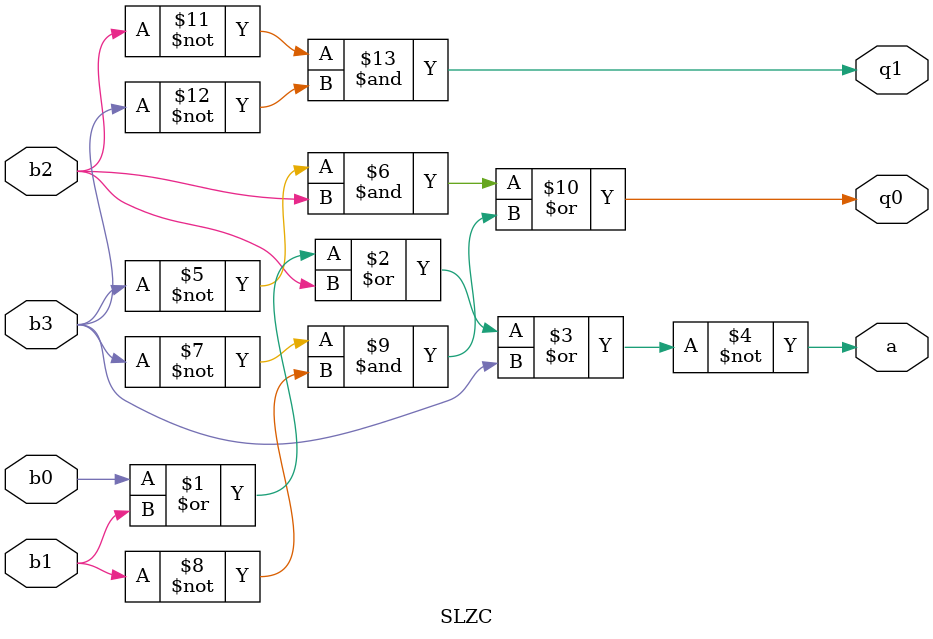
<source format=v>
module SLZC(
input        wire      b0,
input        wire      b1,
input        wire      b2,
input        wire      b3,
output       wire	   a,
output       wire      q0,
output       wire      q1
);


assign a =  ~(b0 | b1 | b2 | b3) ;

assign q0 = ((~b3) & b2) | ((~b3) & (~b1));

assign q1 = (~b2) & (~b3);








endmodule
</source>
